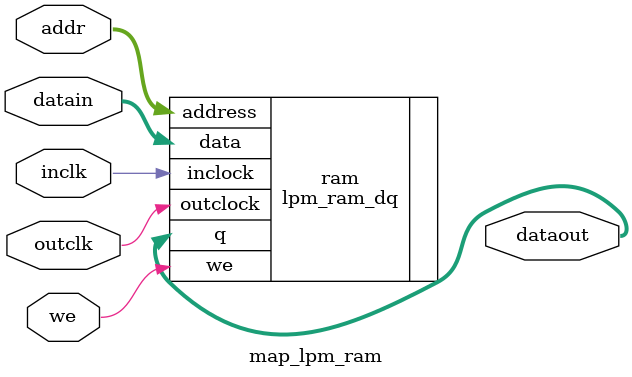
<source format=v>
module map_lpm_ram(dataout,datain,addr,we,inclk,outclk);
input[15:0] datain;
input[7:0] addr;
input we,inclk,outclk;
output[15:0] dataout;

lpm_ram_dq ram(.data(datain),.address(addr),.we(we),.inclock(inclk),
		.outclock(outclk),.q(dataout));
defparam ram.lpm_width=16;
defparam ram.lpm_widthad=8;
defparam ram.lpm_indata="REGISTERED";
defparam ram.lpm_outdata="REGISTERED";
defparam ram.lpm_file="map_lpm_ram.mif";
endmodule

</source>
